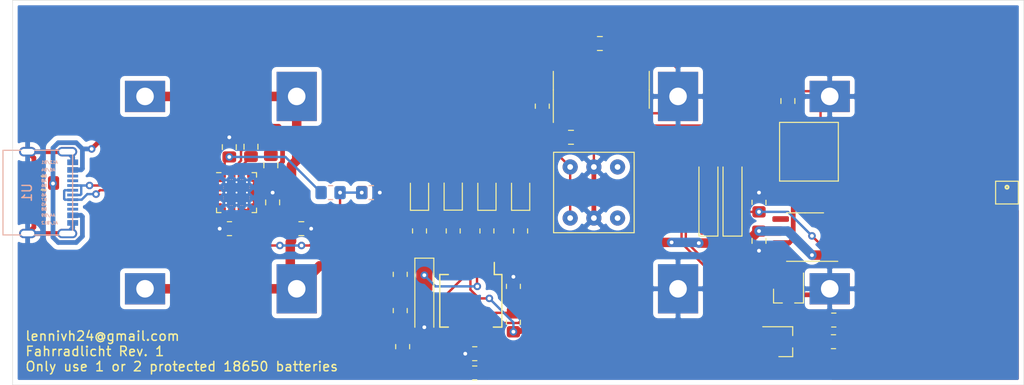
<source format=kicad_pcb>
(kicad_pcb (version 20171130) (host pcbnew "(5.1.9)-1")
  (title_block (title "Fahrradlicht vorne") (date 2021-11-10) (rev 1) (company "Leonard von Hagen"))
  (layers (0 F.Cu signal) (31 B.Cu signal) (34 B.Paste user) (35 F.Paste user hide) (36 B.SilkS user) (37 F.SilkS user) (38 B.Mask user) (39 F.Mask user hide) (44 Edge.Cuts user))
  (net 0 "")
  (net 1 GND)
  (net 2 +3V8)
  (net 3 "Net-(D1-Pad2)")
  (net 4 "Net-(D1-Pad1)")
  (net 5 "Net-(D2-Pad2)")
  (net 6 "Net-(D4-Pad1)")
  (net 7 "Net-(C5-Pad2)")
  (net 8 "Net-(R5-Pad1)")
  (net 9 "Net-(R6-Pad1)")
  (net 10 "Net-(R7-Pad1)")
  (net 11 "Net-(R10-Pad2)")
  (net 12 "Net-(R11-Pad2)")
  (net 13 "Net-(D5-Pad1)")
  (net 14 "Net-(R12-Pad2)")
  (net 15 "Net-(D6-Pad1)")
  (net 16 "Net-(R13-Pad2)")
  (net 17 "Net-(D7-Pad1)")
  (net 18 "Net-(R14-Pad2)")
  (net 19 "Net-(D8-Pad1)")
  (net 20 "Net-(Rs1-Pad2)")
  (net 21 "Net-(D3-Pad1)")
  (net 22 "Net-(Rs2-Pad2)")
  (net 23 "Net-(SW1-Pad6)")
  (net 24 "Net-(SW1-Pad3)")
  (net 25 "Net-(C4-Pad2)")
  (net 26 "Net-(U5-Pad15)")
  (net 27 "Net-(U5-Pad14)")
  (net 28 "Net-(U5-Pad13)")
  (net 29 "Net-(U5-Pad1)")
  (net 30 "Net-(U5-Pad11)")
  (net 31 "Net-(U5-Pad10)")
  (net 32 "Net-(U5-Pad9)")
  (net 33 "Net-(U5-Pad7)")
  (net 34 "Net-(U5-Pad6)")
  (net 35 "Net-(U5-Pad5)")
  (net 36 "Net-(D3-Pad2)")
  (net 37 "Net-(C1-Pad2)")
  (net 38 "Net-(C2-Pad2)")
  (net 39 "Net-(C7-Pad2)")
  (net 40 "Net-(C7-Pad1)")
  (net 41 "Net-(C8-Pad1)")
  (net 42 "Net-(C10-Pad2)")
  (net 43 "Net-(R16-Pad2)")
  (net 44 "Net-(U1-PadB5)")
  (net 45 "Net-(U1-PadA8)")
  (net 46 "Net-(U1-PadA6)")
  (net 47 "Net-(U1-PadA7)")
  (net 48 "Net-(U1-PadA5)")
  (net 49 "Net-(U1-PadB8)")
  (net 50 "Net-(U7-Pad8)")
  (net 51 "Net-(U7-Pad7)")
  (net 52 "Net-(U7-Pad6)")
  (net 53 "Net-(U7-Pad5)")
  (net 54 "Net-(R1-Pad2)")
  (module Resistor_SMD:R_0805_2012Metric_Pad1.20x1.40mm_HandSolder (layer B.Cu) (at 131.81 73.66)
    (fp_text reference TH1)
    (fp_text value NTC)
    (pad 2 smd roundrect (at 1 0) (size 1.2 1.4) (layers B.Cu B.Paste B.Mask) (roundrect_rratio 0.208333) (net 1 GND))
    (pad 1 smd roundrect (at -1 0) (size 1.2 1.4) (layers B.Cu B.Paste B.Mask) (roundrect_rratio 0.208333) (net 54 "Net-(R1-Pad2)"))
  )
  (module Package_DFN_QFN:Texas_S-PWQFN-N24_EP2.7x2.7mm_ThermalVias (layer F.Cu) (at 117.602 73.66)
    (fp_text reference U7)
    (fp_text value BQ24253)
    (pad 25 smd rect (at 0 0) (size 2.7 2.7) (layers B.Cu) (net 1 GND))
    (pad 25 thru_hole circle (at 1.1 1.1) (size 0.5 0.5) (drill 0.2) (layers *.Cu) (net 1 GND))
    (pad 25 thru_hole circle (at 0 1.1) (size 0.5 0.5) (drill 0.2) (layers *.Cu) (net 1 GND))
    (pad 25 thru_hole circle (at -1.1 1.1) (size 0.5 0.5) (drill 0.2) (layers *.Cu) (net 1 GND))
    (pad 25 thru_hole circle (at 1.1 0) (size 0.5 0.5) (drill 0.2) (layers *.Cu) (net 1 GND))
    (pad 25 thru_hole circle (at 0 0) (size 0.5 0.5) (drill 0.2) (layers *.Cu) (net 1 GND))
    (pad 25 thru_hole circle (at -1.1 0) (size 0.5 0.5) (drill 0.2) (layers *.Cu) (net 1 GND))
    (pad 25 thru_hole circle (at 1.1 -1.1) (size 0.5 0.5) (drill 0.2) (layers *.Cu) (net 1 GND))
    (pad 25 thru_hole circle (at 0 -1.1) (size 0.5 0.5) (drill 0.2) (layers *.Cu) (net 1 GND))
    (pad 25 thru_hole circle (at -1.1 -1.1) (size 0.5 0.5) (drill 0.2) (layers *.Cu) (net 1 GND))
    (pad 25 smd rect (at 0 0) (size 2.7 2.7) (layers F.Cu F.Mask) (net 1 GND))
    (pad 24 smd roundrect (at -1.25 -1.9625) (size 0.25 0.825) (layers F.Cu F.Paste F.Mask) (net 42 "Net-(C10-Pad2)"))
    (pad 23 smd roundrect (at -0.75 -1.9625) (size 0.25 0.825) (layers F.Cu F.Paste F.Mask) (net 1 GND))
    (pad 22 smd roundrect (at -0.25 -1.9625) (size 0.25 0.825) (layers F.Cu F.Paste F.Mask) (net 1 GND))
    (pad 21 smd roundrect (at 0.25 -1.9625) (size 0.25 0.825) (layers F.Cu F.Paste F.Mask) (net 39 "Net-(C7-Pad2)"))
    (pad 20 smd roundrect (at 0.75 -1.9625) (size 0.25 0.825) (layers F.Cu F.Paste F.Mask) (net 37 "Net-(C1-Pad2)"))
    (pad 19 smd roundrect (at 1.25 -1.9625) (size 0.25 0.825) (layers F.Cu F.Paste F.Mask) (net 38 "Net-(C2-Pad2)"))
    (pad 18 smd roundrect (at 1.9625 -1.25) (size 0.825 0.25) (layers F.Cu F.Paste F.Mask) (net 40 "Net-(C7-Pad1)"))
    (pad 17 smd roundrect (at 1.9625 -0.75) (size 0.825 0.25) (layers F.Cu F.Paste F.Mask) (net 40 "Net-(C7-Pad1)"))
    (pad 16 smd roundrect (at 1.9625 -0.25) (size 0.825 0.25) (layers F.Cu F.Paste F.Mask) (net 1 GND))
    (pad 15 smd roundrect (at 1.9625 0.25) (size 0.825 0.25) (layers F.Cu F.Paste F.Mask) (net 1 GND))
    (pad 14 smd roundrect (at 1.9625 0.75) (size 0.825 0.25) (layers F.Cu F.Paste F.Mask) (net 41 "Net-(C8-Pad1)"))
    (pad 13 smd roundrect (at 1.9625 1.25) (size 0.825 0.25) (layers F.Cu F.Paste F.Mask) (net 41 "Net-(C8-Pad1)"))
    (pad 12 smd roundrect (at 1.25 1.9625) (size 0.25 0.825) (layers F.Cu F.Paste F.Mask) (net 2 +3V8))
    (pad 11 smd roundrect (at 0.75 1.9625) (size 0.25 0.825) (layers F.Cu F.Paste F.Mask) (net 2 +3V8))
    (pad 10 smd roundrect (at 0.25 1.9625) (size 0.25 0.825) (layers F.Cu F.Paste F.Mask) (net 43 "Net-(R16-Pad2)"))
    (pad 9 smd roundrect (at -0.25 1.9625) (size 0.25 0.825) (layers F.Cu F.Paste F.Mask) (net 54 "Net-(R1-Pad2)"))
    (pad 8 smd roundrect (at -0.75 1.9625) (size 0.25 0.825) (layers F.Cu F.Paste F.Mask) (net 50 "Net-(U7-Pad8)"))
    (pad 7 smd roundrect (at -1.25 1.9625) (size 0.25 0.825) (layers F.Cu F.Paste F.Mask) (net 51 "Net-(U7-Pad7)"))
    (pad 6 smd roundrect (at -1.9625 1.25) (size 0.825 0.25) (layers F.Cu F.Paste F.Mask) (net 52 "Net-(U7-Pad6)"))
    (pad 5 smd roundrect (at -1.9625 0.75) (size 0.825 0.25) (layers F.Cu F.Paste F.Mask) (net 53 "Net-(U7-Pad5)"))
    (pad 4 smd roundrect (at -1.9625 0.25) (size 0.825 0.25) (layers F.Cu F.Paste F.Mask) (net 1 GND))
    (pad 3 smd roundrect (at -1.9625 -0.25) (size 0.825 0.25) (layers F.Cu F.Paste F.Mask) (net 47 "Net-(U1-PadA7)"))
    (pad 2 smd roundrect (at -1.9625 -0.75) (size 0.825 0.25) (layers F.Cu F.Paste F.Mask) (net 46 "Net-(U1-PadA6)"))
    (pad 1 smd roundrect (at -1.9625 -1.25) (size 0.825 0.25) (layers F.Cu F.Paste F.Mask) (net 1 GND))
  )
  (module prints:USB4105 (layer B.Cu) (at 92.964 73.66 90)
    (fp_text reference U1 (at 0 2.54 -90) (layer B.SilkS) (effects (justify mirror)))
    (fp_text value USB_C_12pin)
    (fp_text user A12/B1 (at 3.2 4) (layer B.SilkS) (effects (font (size 0.3 0.3) (thickness 0.075)) (justify right mirror)))
    (fp_text user A9/B4 (at 2.4 4) (layer B.SilkS) (effects (font (size 0.3 0.3) (thickness 0.075)) (justify right mirror)))
    (fp_text user B5 (at 1.75 4) (layer B.SilkS) (effects (font (size 0.3 0.3) (thickness 0.075)) (justify right mirror)))
    (fp_text user A8 (at 1.25 4) (layer B.SilkS) (effects (font (size 0.3 0.3) (thickness 0.075)) (justify right mirror)))
    (fp_text user B6 (at 0.75 4) (layer B.SilkS) (effects (font (size 0.3 0.3) (thickness 0.075)) (justify right mirror)))
    (fp_text user A7 (at 0.25 4) (layer B.SilkS) (effects (font (size 0.3 0.3) (thickness 0.075)) (justify right mirror)))
    (fp_text user A6 (at -0.25 4) (layer B.SilkS) (effects (font (size 0.3 0.3) (thickness 0.075)) (justify right mirror)))
    (fp_text user B7 (at -0.75 4) (layer B.SilkS) (effects (font (size 0.3 0.3) (thickness 0.075)) (justify right mirror)))
    (fp_text user A5 (at -1.25 4) (layer B.SilkS) (effects (font (size 0.3 0.3) (thickness 0.075)) (justify right mirror)))
    (fp_text user B8 (at -1.75 4) (layer B.SilkS) (effects (font (size 0.3 0.3) (thickness 0.075)) (justify right mirror)))
    (fp_text user A4/B9 (at -2.4 4) (layer B.SilkS) (effects (font (size 0.3 0.3) (thickness 0.075)) (justify right mirror)))
    (fp_text user A1/B12 (at -3.2 4) (layer B.SilkS) (effects (font (size 0.3 0.3) (thickness 0.075)) (justify right mirror)))
    (pad "" np_thru_hole circle (at 2.89 6.28 90) (size 0.65 0.65) (drill 0.65) (layers *.Cu *.Mask))
    (pad "" np_thru_hole circle (at -2.89 6.28 90) (size 0.65 0.65) (drill 0.65) (layers *.Cu *.Mask))
    (pad A12/B1 smd rect (at 3.2 7.355 90) (size 0.6 1.15) (layers B.Cu B.Paste B.Mask) (net 1 GND))
    (pad A9/B4 smd rect (at 2.4 7.355 90) (size 0.6 1.15) (layers B.Cu B.Paste B.Mask) (net 38 "Net-(C2-Pad2)"))
    (pad A1/B12 smd rect (at -3.2 7.355 90) (size 0.6 1.15) (layers B.Cu B.Paste B.Mask) (net 1 GND))
    (pad A4/B9 smd rect (at -2.4 7.355 90) (size 0.6 1.15) (layers B.Cu B.Paste B.Mask) (net 38 "Net-(C2-Pad2)"))
    (pad B5 smd rect (at 1.75 7.355 90) (size 0.3 1.15) (layers B.Cu B.Paste B.Mask) (net 44 "Net-(U1-PadB5)"))
    (pad A8 smd rect (at 1.25 7.355 90) (size 0.3 1.15) (layers B.Cu B.Paste B.Mask) (net 45 "Net-(U1-PadA8)"))
    (pad B6 smd rect (at 0.75 7.355 90) (size 0.3 1.15) (layers B.Cu B.Paste B.Mask) (net 46 "Net-(U1-PadA6)"))
    (pad A7 smd rect (at 0.25 7.355 90) (size 0.3 1.15) (layers B.Cu B.Paste B.Mask) (net 47 "Net-(U1-PadA7)"))
    (pad A6 smd rect (at -0.25 7.355 90) (size 0.3 1.15) (layers B.Cu B.Paste B.Mask) (net 46 "Net-(U1-PadA6)"))
    (pad B7 smd rect (at -0.75 7.355 90) (size 0.3 1.15) (layers B.Cu B.Paste B.Mask) (net 47 "Net-(U1-PadA7)"))
    (pad A5 smd rect (at -1.25 7.355 90) (size 0.3 1.15) (layers B.Cu B.Paste B.Mask) (net 48 "Net-(U1-PadA5)"))
    (pad B8 smd rect (at -1.75 7.355 90) (size 0.3 1.15) (layers B.Cu B.Paste B.Mask) (net 49 "Net-(U1-PadB8)"))
    (pad 0 thru_hole oval (at 4.32 2.6 90) (size 1 1.8) (drill oval 0.6 1.4) (layers *.Cu *.Mask) (net 1 GND))
    (pad 0 thru_hole oval (at -4.32 2.6 90) (size 1 1.8) (drill oval 0.6 1.4) (layers *.Cu *.Mask) (net 1 GND))
    (pad 0 thru_hole oval (at 4.32 6.78 90) (size 1 2.1) (drill oval 0.6 1.7) (layers *.Cu *.Mask) (net 1 GND))
    (pad 0 thru_hole oval (at -4.32 6.78 90) (size 1 2.1) (drill oval 0.6 1.7) (layers *.Cu *.Mask) (net 1 GND))
  )
  (module Resistor_SMD:R_0805_2012Metric_Pad1.20x1.40mm_HandSolder (layer F.Cu) (at 116.856 77.47)
    (fp_text reference R16)
    (fp_text value 100)
    (pad 2 smd roundrect (at 1 0) (size 1.2 1.4) (layers F.Cu F.Paste F.Mask) (roundrect_rratio 0.208333) (net 43 "Net-(R16-Pad2)"))
    (pad 1 smd roundrect (at -1 0) (size 1.2 1.4) (layers F.Cu F.Paste F.Mask) (roundrect_rratio 0.208333) (net 1 GND))
  )
  (module Resistor_SMD:R_0805_2012Metric_Pad1.20x1.40mm_HandSolder (layer F.Cu) (at 131.826 73.66)
    (fp_text reference R15)
    (fp_text value R)
    (pad 2 smd roundrect (at 1 0) (size 1.2 1.4) (layers F.Cu F.Paste F.Mask) (roundrect_rratio 0.208333) (net 1 GND))
    (pad 1 smd roundrect (at -1 0) (size 1.2 1.4) (layers F.Cu F.Paste F.Mask) (roundrect_rratio 0.208333) (net 54 "Net-(R1-Pad2)"))
  )
  (module Resistor_SMD:R_0805_2012Metric_Pad1.20x1.40mm_HandSolder (layer B.Cu) (at 127.524 73.66)
    (fp_text reference R1)
    (fp_text value R)
    (pad 2 smd roundrect (at 1 0) (size 1.2 1.4) (layers B.Cu B.Paste B.Mask) (roundrect_rratio 0.208333) (net 54 "Net-(R1-Pad2)"))
    (pad 1 smd roundrect (at -1 0) (size 1.2 1.4) (layers B.Cu B.Paste B.Mask) (roundrect_rratio 0.208333) (net 42 "Net-(C10-Pad2)"))
  )
  (module Capacitor_SMD:C_0805_2012Metric_Pad1.18x1.45mm_HandSolder (layer F.Cu) (at 116.84 68.8555 270)
    (fp_text reference C10)
    (fp_text value "1 uF")
    (pad 2 smd roundrect (at 1.0375 0 270) (size 1.175 1.45) (layers F.Cu F.Paste F.Mask) (roundrect_rratio 0.212766) (net 42 "Net-(C10-Pad2)"))
    (pad 1 smd roundrect (at -1.0375 0 270) (size 1.175 1.45) (layers F.Cu F.Paste F.Mask) (roundrect_rratio 0.212766) (net 1 GND))
  )
  (module Capacitor_SMD:C_0805_2012Metric_Pad1.18x1.45mm_HandSolder (layer F.Cu) (at 124.4385 77.47 180)
    (fp_text reference C9)
    (fp_text value "1 uF")
    (pad 2 smd roundrect (at 1.0375 0 180) (size 1.175 1.45) (layers F.Cu F.Paste F.Mask) (roundrect_rratio 0.212766) (net 2 +3V8))
    (pad 1 smd roundrect (at -1.0375 0 180) (size 1.175 1.45) (layers F.Cu F.Paste F.Mask) (roundrect_rratio 0.212766) (net 1 GND))
  )
  (module Capacitor_SMD:C_0805_2012Metric_Pad1.18x1.45mm_HandSolder (layer F.Cu) (at 121.412 74.6975 90)
    (fp_text reference C8)
    (fp_text value "22 uF")
    (pad 2 smd roundrect (at 1.0375 0 90) (size 1.175 1.45) (layers F.Cu F.Paste F.Mask) (roundrect_rratio 0.212766) (net 1 GND))
    (pad 1 smd roundrect (at -1.0375 0 90) (size 1.175 1.45) (layers F.Cu F.Paste F.Mask) (roundrect_rratio 0.212766) (net 41 "Net-(C8-Pad1)"))
  )
  (module Capacitor_SMD:C_0805_2012Metric_Pad1.18x1.45mm_HandSolder (layer F.Cu) (at 121.2215 70.781 90)
    (fp_text reference C7)
    (fp_text value "33 nF")
    (pad 2 smd roundrect (at 1.0375 0 90) (size 1.175 1.45) (layers F.Cu F.Paste F.Mask) (roundrect_rratio 0.212766) (net 39 "Net-(C7-Pad2)"))
    (pad 1 smd roundrect (at -1.0375 0 90) (size 1.175 1.45) (layers F.Cu F.Paste F.Mask) (roundrect_rratio 0.212766) (net 40 "Net-(C7-Pad1)"))
  )
  (module Capacitor_SMD:C_0805_2012Metric_Pad1.18x1.45mm_HandSolder (layer F.Cu) (at 97.2605 72.644)
    (fp_text reference C2)
    (fp_text value "4.7 uF")
    (pad 2 smd roundrect (at 1.0375 0) (size 1.175 1.45) (layers F.Cu F.Paste F.Mask) (roundrect_rratio 0.212766) (net 38 "Net-(C2-Pad2)"))
    (pad 1 smd roundrect (at -1.0375 0) (size 1.175 1.45) (layers F.Cu F.Paste F.Mask) (roundrect_rratio 0.212766) (net 1 GND))
  )
  (module Capacitor_SMD:C_0805_2012Metric_Pad1.18x1.45mm_HandSolder (layer F.Cu) (at 119.126 68.8125 270)
    (fp_text reference C1)
    (fp_text value "1 uF")
    (pad 2 smd roundrect (at 1.0375 0 270) (size 1.175 1.45) (layers F.Cu F.Paste F.Mask) (roundrect_rratio 0.212766) (net 37 "Net-(C1-Pad2)"))
    (pad 1 smd roundrect (at -1.0375 0 270) (size 1.175 1.45) (layers F.Cu F.Paste F.Mask) (roundrect_rratio 0.212766) (net 1 GND))
  )
  (module prints:242408FPS (layer F.Cu) (at 177.99 69.342)
    (fp_text reference L1)
    (fp_text value L)
    (pad 1 smd rect (at -2.35 0) (size 1.6 5.7) (layers F.Cu F.Paste F.Mask) (net 25 "Net-(C4-Pad2)"))
    (pad 2 smd rect (at 2.35 0) (size 1.6 5.7) (layers F.Cu F.Paste F.Mask) (net 36 "Net-(D3-Pad2)"))
  )
  (module "prints:Osram GW PLLRA1" (layer F.Cu) (at 198.882 73.66)
    (fp_text reference D3)
    (fp_text value LED)
    (pad 2 smd rect (at 0 -1.16) (size 1.5 0.48) (layers F.Cu F.Paste F.Mask) (net 36 "Net-(D3-Pad2)"))
    (pad 1 smd rect (at 0 1.16) (size 1.5 0.48) (layers F.Cu F.Paste F.Mask) (net 21 "Net-(D3-Pad1)"))
    (pad 1 smd rect (at 0 0) (size 2.4 1) (layers F.Cu F.Paste F.Mask) (net 21 "Net-(D3-Pad1)"))
  )
  (module LED_SMD:LED_0805_2012Metric_Pad1.15x1.40mm_HandSolder (layer F.Cu) (at 136.906 73.669 90)
    (fp_text reference D8)
    (fp_text value LED)
    (pad 2 smd roundrect (at 1.025 0 90) (size 1.15 1.4) (layers F.Cu F.Paste F.Mask) (roundrect_rratio 0.217391) (net 2 +3V8))
    (pad 1 smd roundrect (at -1.025 0 90) (size 1.15 1.4) (layers F.Cu F.Paste F.Mask) (roundrect_rratio 0.217391) (net 19 "Net-(D8-Pad1)"))
  )
  (module LED_SMD:LED_0805_2012Metric_Pad1.15x1.40mm_HandSolder (layer F.Cu) (at 140.462 73.651 90)
    (fp_text reference D7)
    (fp_text value LED)
    (pad 2 smd roundrect (at 1.025 0 90) (size 1.15 1.4) (layers F.Cu F.Paste F.Mask) (roundrect_rratio 0.217391) (net 2 +3V8))
    (pad 1 smd roundrect (at -1.025 0 90) (size 1.15 1.4) (layers F.Cu F.Paste F.Mask) (roundrect_rratio 0.217391) (net 17 "Net-(D7-Pad1)"))
  )
  (module LED_SMD:LED_0805_2012Metric_Pad1.15x1.40mm_HandSolder (layer F.Cu) (at 144.018 73.669 90)
    (fp_text reference D6)
    (fp_text value LED)
    (pad 2 smd roundrect (at 1.025 0 90) (size 1.15 1.4) (layers F.Cu F.Paste F.Mask) (roundrect_rratio 0.217391) (net 2 +3V8))
    (pad 1 smd roundrect (at -1.025 0 90) (size 1.15 1.4) (layers F.Cu F.Paste F.Mask) (roundrect_rratio 0.217391) (net 15 "Net-(D6-Pad1)"))
  )
  (module LED_SMD:LED_0805_2012Metric_Pad1.15x1.40mm_HandSolder (layer F.Cu) (at 147.574 73.669 90)
    (fp_text reference D5)
    (fp_text value LED)
    (pad 2 smd roundrect (at 1.025 0 90) (size 1.15 1.4) (layers F.Cu F.Paste F.Mask) (roundrect_rratio 0.217391) (net 2 +3V8))
    (pad 1 smd roundrect (at -1.025 0 90) (size 1.15 1.4) (layers F.Cu F.Paste F.Mask) (roundrect_rratio 0.217391) (net 13 "Net-(D5-Pad1)"))
  )
  (module Capacitor_SMD:C_0805_2012Metric_Pad1.18x1.45mm_HandSolder (layer F.Cu) (at 155.9345 57.912 180)
    (fp_text reference C6)
    (fp_text value 100n)
    (pad 2 smd roundrect (at 1.0375 0 180) (size 1.175 1.45) (layers F.Cu F.Paste F.Mask) (roundrect_rratio 0.212766) (net 2 +3V8))
    (pad 1 smd roundrect (at -1.0375 0 180) (size 1.175 1.45) (layers F.Cu F.Paste F.Mask) (roundrect_rratio 0.212766) (net 1 GND))
  )
  (module Capacitor_SMD:C_0805_2012Metric_Pad1.18x1.45mm_HandSolder (layer F.Cu) (at 152.8865 67.818 180)
    (fp_text reference C5)
    (fp_text value 100n)
    (pad 2 smd roundrect (at 1.0375 0 180) (size 1.175 1.45) (layers F.Cu F.Paste F.Mask) (roundrect_rratio 0.212766) (net 7 "Net-(C5-Pad2)"))
    (pad 1 smd roundrect (at -1.0375 0 180) (size 1.175 1.45) (layers F.Cu F.Paste F.Mask) (roundrect_rratio 0.212766) (net 1 GND))
  )
  (module Capacitor_SMD:C_0805_2012Metric_Pad1.18x1.45mm_HandSolder (layer F.Cu) (at 175.768 63.9865 270)
    (fp_text reference C4)
    (fp_text value "4.7 uF")
    (pad 2 smd roundrect (at 1.0375 0 270) (size 1.175 1.45) (layers F.Cu F.Paste F.Mask) (roundrect_rratio 0.212766) (net 25 "Net-(C4-Pad2)"))
    (pad 1 smd roundrect (at -1.0375 0 270) (size 1.175 1.45) (layers F.Cu F.Paste F.Mask) (roundrect_rratio 0.212766) (net 1 GND))
  )
  (module Capacitor_SMD:C_0805_2012Metric_Pad1.18x1.45mm_HandSolder (layer F.Cu) (at 172.72 78.7615 270)
    (fp_text reference C3)
    (fp_text value "4.7 uF")
    (pad 2 smd roundrect (at 1.0375 0 270) (size 1.175 1.45) (layers F.Cu F.Paste F.Mask) (roundrect_rratio 0.212766) (net 1 GND))
    (pad 1 smd roundrect (at -1.0375 0 270) (size 1.175 1.45) (layers F.Cu F.Paste F.Mask) (roundrect_rratio 0.212766) (net 2 +3V8))
  )
  (module Package_SO:SSOP-14_5.3x6.2mm_P0.65mm (layer F.Cu) (at 142.322 85.09 270)
    (fp_text reference U6)
    (fp_text value Opamp_Quad_Generic)
    (pad 14 smd rect (at 3.45 -1.95 270) (size 1.2 0.4) (layers F.Cu F.Paste F.Mask) (net 18 "Net-(R14-Pad2)"))
    (pad 13 smd rect (at 3.45 -1.3 270) (size 1.2 0.4) (layers F.Cu F.Paste F.Mask) (net 11 "Net-(R10-Pad2)"))
    (pad 12 smd rect (at 3.45 -0.65 270) (size 1.2 0.4) (layers F.Cu F.Paste F.Mask) (net 10 "Net-(R7-Pad1)"))
    (pad 11 smd rect (at 3.45 0 270) (size 1.2 0.4) (layers F.Cu F.Paste F.Mask) (net 1 GND))
    (pad 10 smd rect (at 3.45 0.65 270) (size 1.2 0.4) (layers F.Cu F.Paste F.Mask) (net 9 "Net-(R6-Pad1)"))
    (pad 9 smd rect (at 3.45 1.3 270) (size 1.2 0.4) (layers F.Cu F.Paste F.Mask) (net 11 "Net-(R10-Pad2)"))
    (pad 8 smd rect (at 3.45 1.95 270) (size 1.2 0.4) (layers F.Cu F.Paste F.Mask) (net 16 "Net-(R13-Pad2)"))
    (pad 7 smd rect (at -3.45 1.95 270) (size 1.2 0.4) (layers F.Cu F.Paste F.Mask) (net 14 "Net-(R12-Pad2)"))
    (pad 6 smd rect (at -3.45 1.3 270) (size 1.2 0.4) (layers F.Cu F.Paste F.Mask) (net 11 "Net-(R10-Pad2)"))
    (pad 5 smd rect (at -3.45 0.65 270) (size 1.2 0.4) (layers F.Cu F.Paste F.Mask) (net 8 "Net-(R5-Pad1)"))
    (pad 4 smd rect (at -3.45 0 270) (size 1.2 0.4) (layers F.Cu F.Paste F.Mask) (net 2 +3V8))
    (pad 3 smd rect (at -3.45 -0.65 270) (size 1.2 0.4) (layers F.Cu F.Paste F.Mask) (net 6 "Net-(D4-Pad1)"))
    (pad 2 smd rect (at -3.45 -1.3 270) (size 1.2 0.4) (layers F.Cu F.Paste F.Mask) (net 11 "Net-(R10-Pad2)"))
    (pad 1 smd rect (at -3.45 -1.95 270) (size 1.2 0.4) (layers F.Cu F.Paste F.Mask) (net 12 "Net-(R11-Pad2)"))
  )
  (module Package_SO:SOIC-16_3.9x9.9mm_P1.27mm (layer F.Cu) (at 156.083 62.803 90)
    (fp_text reference U5)
    (fp_text value 74LS163)
    (pad 16 smd roundrect (at 2.475 -4.445 90) (size 1.95 0.6) (layers F.Cu F.Paste F.Mask) (net 2 +3V8))
    (pad 15 smd roundrect (at 2.475 -3.175 90) (size 1.95 0.6) (layers F.Cu F.Paste F.Mask) (net 26 "Net-(U5-Pad15)"))
    (pad 14 smd roundrect (at 2.475 -1.905 90) (size 1.95 0.6) (layers F.Cu F.Paste F.Mask) (net 27 "Net-(U5-Pad14)"))
    (pad 13 smd roundrect (at 2.475 -0.635 90) (size 1.95 0.6) (layers F.Cu F.Paste F.Mask) (net 28 "Net-(U5-Pad13)"))
    (pad 12 smd roundrect (at 2.475 0.635 90) (size 1.95 0.6) (layers F.Cu F.Paste F.Mask) (net 29 "Net-(U5-Pad1)"))
    (pad 11 smd roundrect (at 2.475 1.905 90) (size 1.95 0.6) (layers F.Cu F.Paste F.Mask) (net 30 "Net-(U5-Pad11)"))
    (pad 10 smd roundrect (at 2.475 3.175 90) (size 1.95 0.6) (layers F.Cu F.Paste F.Mask) (net 31 "Net-(U5-Pad10)"))
    (pad 9 smd roundrect (at 2.475 4.445 90) (size 1.95 0.6) (layers F.Cu F.Paste F.Mask) (net 32 "Net-(U5-Pad9)"))
    (pad 8 smd roundrect (at -2.475 4.445 90) (size 1.95 0.6) (layers F.Cu F.Paste F.Mask) (net 1 GND))
    (pad 7 smd roundrect (at -2.475 3.175 90) (size 1.95 0.6) (layers F.Cu F.Paste F.Mask) (net 33 "Net-(U5-Pad7)"))
    (pad 6 smd roundrect (at -2.475 1.905 90) (size 1.95 0.6) (layers F.Cu F.Paste F.Mask) (net 34 "Net-(U5-Pad6)"))
    (pad 5 smd roundrect (at -2.475 0.635 90) (size 1.95 0.6) (layers F.Cu F.Paste F.Mask) (net 35 "Net-(U5-Pad5)"))
    (pad 4 smd roundrect (at -2.475 -0.635 90) (size 1.95 0.6) (layers F.Cu F.Paste F.Mask) (net 5 "Net-(D2-Pad2)"))
    (pad 3 smd roundrect (at -2.475 -1.905 90) (size 1.95 0.6) (layers F.Cu F.Paste F.Mask) (net 3 "Net-(D1-Pad2)"))
    (pad 2 smd roundrect (at -2.475 -3.175 90) (size 1.95 0.6) (layers F.Cu F.Paste F.Mask) (net 7 "Net-(C5-Pad2)"))
    (pad 1 smd roundrect (at -2.475 -4.445 90) (size 1.95 0.6) (layers F.Cu F.Paste F.Mask) (net 29 "Net-(U5-Pad1)"))
  )
  (module Package_TO_SOT_SMD:SOT-23_Handsoldering (layer F.Cu) (at 175.834 84.558 270)
    (fp_text reference U4)
    (fp_text value DMN3731U)
    (pad 3 smd rect (at 1.5 0 270) (size 1.9 0.8) (layers F.Cu F.Paste F.Mask) (net 22 "Net-(Rs2-Pad2)"))
    (pad 2 smd rect (at -1.5 0.95 270) (size 1.9 0.8) (layers F.Cu F.Paste F.Mask) (net 1 GND))
    (pad 1 smd rect (at -1.5 -0.95 270) (size 1.9 0.8) (layers F.Cu F.Paste F.Mask) (net 5 "Net-(D2-Pad2)"))
  )
  (module Package_TO_SOT_SMD:SOT-23_Handsoldering (layer F.Cu) (at 175.514 89.408)
    (fp_text reference U3)
    (fp_text value DMN3731U)
    (pad 3 smd rect (at 1.5 0) (size 1.9 0.8) (layers F.Cu F.Paste F.Mask) (net 20 "Net-(Rs1-Pad2)"))
    (pad 2 smd rect (at -1.5 0.95) (size 1.9 0.8) (layers F.Cu F.Paste F.Mask) (net 1 GND))
    (pad 1 smd rect (at -1.5 -0.95) (size 1.9 0.8) (layers F.Cu F.Paste F.Mask) (net 3 "Net-(D1-Pad2)"))
  )
  (module Package_SO:SO-8_3.9x4.9mm_P1.27mm (layer F.Cu) (at 177.581 78.359 180)
    (fp_text reference U2)
    (fp_text value LED2000)
    (pad 8 smd roundrect (at 2.575 -1.905 180) (size 1.75 0.6) (layers F.Cu F.Paste F.Mask) (net 1 GND))
    (pad 7 smd roundrect (at 2.575 -0.635 180) (size 1.75 0.6) (layers F.Cu F.Paste F.Mask) (net 25 "Net-(C4-Pad2)"))
    (pad 6 smd roundrect (at 2.575 0.635 180) (size 1.75 0.6) (layers F.Cu F.Paste F.Mask) (net 2 +3V8))
    (pad 5 smd roundrect (at 2.575 1.905 180) (size 1.75 0.6) (layers F.Cu F.Paste F.Mask))
    (pad 4 smd roundrect (at -2.575 1.905 180) (size 1.75 0.6) (layers F.Cu F.Paste F.Mask) (net 1 GND))
    (pad 3 smd roundrect (at -2.575 0.635 180) (size 1.75 0.6) (layers F.Cu F.Paste F.Mask) (net 21 "Net-(D3-Pad1)"))
    (pad 2 smd roundrect (at -2.575 -0.635 180) (size 1.75 0.6) (layers F.Cu F.Paste F.Mask) (net 4 "Net-(D1-Pad1)"))
    (pad 1 smd roundrect (at -2.575 -1.905 180) (size 1.75 0.6) (layers F.Cu F.Paste F.Mask) (net 2 +3V8))
  )
  (module prints:MHPS2283V (layer F.Cu) (at 155.3 73.65)
    (fp_text reference SW1)
    (fp_text value SW_DPDT_x2)
    (pad 6 thru_hole circle (at 2.5 -2.7) (size 1.6 1.6) (drill 0.6) (layers *.Cu *.Mask) (net 23 "Net-(SW1-Pad6)"))
    (pad 1 thru_hole circle (at -2.5 2.7) (size 1.6 1.6) (drill 0.6) (layers *.Cu *.Mask) (net 7 "Net-(C5-Pad2)"))
    (pad 3 thru_hole circle (at 2.5 2.7) (size 1.6 1.6) (drill 0.6) (layers *.Cu *.Mask) (net 24 "Net-(SW1-Pad3)"))
    (pad 4 thru_hole circle (at -2.5 -2.7) (size 1.6 1.6) (drill 0.6) (layers *.Cu *.Mask) (net 7 "Net-(C5-Pad2)"))
    (pad 5 thru_hole circle (at 0 -2.7) (size 1.6 1.6) (drill 0.6) (layers *.Cu *.Mask) (net 1 GND))
    (pad 2 thru_hole circle (at 0 2.7) (size 1.6 1.6) (drill 0.6) (layers *.Cu *.Mask) (net 1 GND))
  )
  (module Resistor_SMD:R_0805_2012Metric_Pad1.20x1.40mm_HandSolder (layer F.Cu) (at 180.61 87.122 180)
    (fp_text reference Rs2)
    (fp_text value "220 m")
    (pad 2 smd roundrect (at 1 0 180) (size 1.2 1.4) (layers F.Cu F.Paste F.Mask) (roundrect_rratio 0.208333) (net 22 "Net-(Rs2-Pad2)"))
    (pad 1 smd roundrect (at -1 0 180) (size 1.2 1.4) (layers F.Cu F.Paste F.Mask) (roundrect_rratio 0.208333) (net 21 "Net-(D3-Pad1)"))
  )
  (module Resistor_SMD:R_0805_2012Metric_Pad1.20x1.40mm_HandSolder (layer F.Cu) (at 180.578 89.408 180)
    (fp_text reference Rs1)
    (fp_text value "330 m")
    (pad 2 smd roundrect (at 1 0 180) (size 1.2 1.4) (layers F.Cu F.Paste F.Mask) (roundrect_rratio 0.208333) (net 20 "Net-(Rs1-Pad2)"))
    (pad 1 smd roundrect (at -1 0 180) (size 1.2 1.4) (layers F.Cu F.Paste F.Mask) (roundrect_rratio 0.208333) (net 21 "Net-(D3-Pad1)"))
  )
  (module Resistor_SMD:R_0805_2012Metric_Pad1.20x1.40mm_HandSolder (layer F.Cu) (at 136.906 77.708 270)
    (fp_text reference R14)
    (fp_text value 100)
    (pad 2 smd roundrect (at 1 0 270) (size 1.2 1.4) (layers F.Cu F.Paste F.Mask) (roundrect_rratio 0.208333) (net 18 "Net-(R14-Pad2)"))
    (pad 1 smd roundrect (at -1 0 270) (size 1.2 1.4) (layers F.Cu F.Paste F.Mask) (roundrect_rratio 0.208333) (net 19 "Net-(D8-Pad1)"))
  )
  (module Resistor_SMD:R_0805_2012Metric_Pad1.20x1.40mm_HandSolder (layer F.Cu) (at 140.462 77.708 270)
    (fp_text reference R13)
    (fp_text value 100)
    (pad 2 smd roundrect (at 1 0 270) (size 1.2 1.4) (layers F.Cu F.Paste F.Mask) (roundrect_rratio 0.208333) (net 16 "Net-(R13-Pad2)"))
    (pad 1 smd roundrect (at -1 0 270) (size 1.2 1.4) (layers F.Cu F.Paste F.Mask) (roundrect_rratio 0.208333) (net 17 "Net-(D7-Pad1)"))
  )
  (module Resistor_SMD:R_0805_2012Metric_Pad1.20x1.40mm_HandSolder (layer F.Cu) (at 144.018 77.708 270)
    (fp_text reference R12)
    (fp_text value 100)
    (pad 2 smd roundrect (at 1 0 270) (size 1.2 1.4) (layers F.Cu F.Paste F.Mask) (roundrect_rratio 0.208333) (net 14 "Net-(R12-Pad2)"))
    (pad 1 smd roundrect (at -1 0 270) (size 1.2 1.4) (layers F.Cu F.Paste F.Mask) (roundrect_rratio 0.208333) (net 15 "Net-(D6-Pad1)"))
  )
  (module Resistor_SMD:R_0805_2012Metric_Pad1.20x1.40mm_HandSolder (layer F.Cu) (at 147.574 77.708 270)
    (fp_text reference R11)
    (fp_text value 100)
    (pad 2 smd roundrect (at 1 0 270) (size 1.2 1.4) (layers F.Cu F.Paste F.Mask) (roundrect_rratio 0.208333) (net 12 "Net-(R11-Pad2)"))
    (pad 1 smd roundrect (at -1 0 270) (size 1.2 1.4) (layers F.Cu F.Paste F.Mask) (roundrect_rratio 0.208333) (net 13 "Net-(D5-Pad1)"))
  )
  (module Resistor_SMD:R_0805_2012Metric_Pad1.20x1.40mm_HandSolder (layer F.Cu) (at 146.812 83.566 270)
    (fp_text reference R10)
    (fp_text value "10 k")
    (pad 2 smd roundrect (at 1 0 270) (size 1.2 1.4) (layers F.Cu F.Paste F.Mask) (roundrect_rratio 0.208333) (net 11 "Net-(R10-Pad2)"))
    (pad 1 smd roundrect (at -1 0 270) (size 1.2 1.4) (layers F.Cu F.Paste F.Mask) (roundrect_rratio 0.208333) (net 1 GND))
  )
  (module Resistor_SMD:R_0805_2012Metric_Pad1.20x1.40mm_HandSolder (layer F.Cu) (at 146.812 87.36 270)
    (fp_text reference R9)
    (fp_text value 6k8)
    (pad 2 smd roundrect (at 1 0 270) (size 1.2 1.4) (layers F.Cu F.Paste F.Mask) (roundrect_rratio 0.208333) (net 2 +3V8))
    (pad 1 smd roundrect (at -1 0 270) (size 1.2 1.4) (layers F.Cu F.Paste F.Mask) (roundrect_rratio 0.208333) (net 11 "Net-(R10-Pad2)"))
  )
  (module Resistor_SMD:R_0805_2012Metric_Pad1.20x1.40mm_HandSolder (layer F.Cu) (at 142.732 90.678)
    (fp_text reference R8)
    (fp_text value "10 k")
    (pad 2 smd roundrect (at 1 0) (size 1.2 1.4) (layers F.Cu F.Paste F.Mask) (roundrect_rratio 0.208333) (net 10 "Net-(R7-Pad1)"))
    (pad 1 smd roundrect (at -1 0) (size 1.2 1.4) (layers F.Cu F.Paste F.Mask) (roundrect_rratio 0.208333) (net 1 GND))
  )
  (module Resistor_SMD:R_0805_2012Metric_Pad1.20x1.40mm_HandSolder (layer F.Cu) (at 142.732 92.71 180)
    (fp_text reference R7)
    (fp_text value "1 k")
    (pad 2 smd roundrect (at 1 0 180) (size 1.2 1.4) (layers F.Cu F.Paste F.Mask) (roundrect_rratio 0.208333) (net 9 "Net-(R6-Pad1)"))
    (pad 1 smd roundrect (at -1 0 180) (size 1.2 1.4) (layers F.Cu F.Paste F.Mask) (roundrect_rratio 0.208333) (net 10 "Net-(R7-Pad1)"))
  )
  (module Resistor_SMD:R_0805_2012Metric_Pad1.20x1.40mm_HandSolder (layer F.Cu) (at 135.128 89.932 90)
    (fp_text reference R6)
    (fp_text value "1 k")
    (pad 2 smd roundrect (at 1 0 90) (size 1.2 1.4) (layers F.Cu F.Paste F.Mask) (roundrect_rratio 0.208333) (net 8 "Net-(R5-Pad1)"))
    (pad 1 smd roundrect (at -1 0 90) (size 1.2 1.4) (layers F.Cu F.Paste F.Mask) (roundrect_rratio 0.208333) (net 9 "Net-(R6-Pad1)"))
  )
  (module Resistor_SMD:R_0805_2012Metric_Pad1.20x1.40mm_HandSolder (layer F.Cu) (at 134.874 86.122 90)
    (fp_text reference R5)
    (fp_text value "1 k")
    (pad 2 smd roundrect (at 1 0 90) (size 1.2 1.4) (layers F.Cu F.Paste F.Mask) (roundrect_rratio 0.208333) (net 6 "Net-(D4-Pad1)"))
    (pad 1 smd roundrect (at -1 0 90) (size 1.2 1.4) (layers F.Cu F.Paste F.Mask) (roundrect_rratio 0.208333) (net 8 "Net-(R5-Pad1)"))
  )
  (module Resistor_SMD:R_0805_2012Metric_Pad1.20x1.40mm_HandSolder (layer F.Cu) (at 134.874 82.296 270)
    (fp_text reference R4)
    (fp_text value "1 k")
    (pad 2 smd roundrect (at 1 0 270) (size 1.2 1.4) (layers F.Cu F.Paste F.Mask) (roundrect_rratio 0.208333) (net 6 "Net-(D4-Pad1)"))
    (pad 1 smd roundrect (at -1 0 270) (size 1.2 1.4) (layers F.Cu F.Paste F.Mask) (roundrect_rratio 0.208333) (net 2 +3V8))
  )
  (module Resistor_SMD:R_0805_2012Metric_Pad1.20x1.40mm_HandSolder (layer F.Cu) (at 149.86 64.532 90)
    (fp_text reference R3)
    (fp_text value R)
    (pad 2 smd roundrect (at 1 0 90) (size 1.2 1.4) (layers F.Cu F.Paste F.Mask) (roundrect_rratio 0.208333) (net 2 +3V8))
    (pad 1 smd roundrect (at -1 0 90) (size 1.2 1.4) (layers F.Cu F.Paste F.Mask) (roundrect_rratio 0.208333) (net 7 "Net-(C5-Pad2)"))
  )
  (module Resistor_SMD:R_0805_2012Metric_Pad1.20x1.40mm_HandSolder (layer F.Cu) (at 172.72 74.692 90)
    (fp_text reference R2)
    (fp_text value "10 k")
    (pad 2 smd roundrect (at 1 0 90) (size 1.2 1.4) (layers F.Cu F.Paste F.Mask) (roundrect_rratio 0.208333) (net 1 GND))
    (pad 1 smd roundrect (at -1 0 90) (size 1.2 1.4) (layers F.Cu F.Paste F.Mask) (roundrect_rratio 0.208333) (net 4 "Net-(D1-Pad1)"))
  )
  (module prints:PushIn18650 (layer B.Cu) (at 144.065 83.82)
    (fp_text reference J2)
    (fp_text value Conn_01x02)
    (pad 1 thru_hole rect (at -36.115 0) (size 4.24 3.3) (drill 1.85) (layers *.Cu *.Mask) (net 2 +3V8))
    (pad 2 thru_hole rect (at 36.115 0) (size 4.24 3.3) (drill 1.85) (layers *.Cu *.Mask) (net 1 GND))
    (pad 1 thru_hole rect (at -20.115 0) (size 4.24 5.2) (drill 1.85) (layers *.Cu *.Mask) (net 2 +3V8))
    (pad 2 thru_hole rect (at 20.115 0) (size 4.24 5.2) (drill 1.85) (layers *.Cu *.Mask) (net 1 GND))
  )
  (module prints:PushIn18650 (layer B.Cu) (at 144.065 63.5)
    (fp_text reference J1)
    (fp_text value Conn_01x02)
    (pad 1 thru_hole rect (at -36.115 0) (size 4.24 3.3) (drill 1.85) (layers *.Cu *.Mask) (net 2 +3V8))
    (pad 2 thru_hole rect (at 36.115 0) (size 4.24 3.3) (drill 1.85) (layers *.Cu *.Mask) (net 1 GND))
    (pad 1 thru_hole rect (at -20.115 0) (size 4.24 5.2) (drill 1.85) (layers *.Cu *.Mask) (net 2 +3V8))
    (pad 2 thru_hole rect (at 20.115 0) (size 4.24 5.2) (drill 1.85) (layers *.Cu *.Mask) (net 1 GND))
  )
  (module Diode_SMD:D_MiniMELF_Handsoldering (layer F.Cu) (at 137.414 85.134 270)
    (fp_text reference D4)
    (fp_text value 2V4)
    (pad 2 smd rect (at 2.75 0 270) (size 3.3 1.7) (layers F.Cu F.Paste F.Mask) (net 1 GND))
    (pad 1 smd rect (at -2.75 0 270) (size 3.3 1.7) (layers F.Cu F.Paste F.Mask) (net 6 "Net-(D4-Pad1)"))
  )
  (module Diode_SMD:D_MiniMELF_Handsoldering (layer F.Cu) (at 169.926 73.704 90)
    (fp_text reference D2)
    (fp_text value 1N4148)
    (pad 2 smd rect (at 2.75 0 90) (size 3.3 1.7) (layers F.Cu F.Paste F.Mask) (net 5 "Net-(D2-Pad2)"))
    (pad 1 smd rect (at -2.75 0 90) (size 3.3 1.7) (layers F.Cu F.Paste F.Mask) (net 4 "Net-(D1-Pad1)"))
  )
  (module Diode_SMD:D_MiniMELF_Handsoldering (layer F.Cu) (at 167.386 73.704 90)
    (fp_text reference D1)
    (fp_text value 1N4148)
    (pad 2 smd rect (at 2.75 0 90) (size 3.3 1.7) (layers F.Cu F.Paste F.Mask) (net 3 "Net-(D1-Pad2)"))
    (pad 1 smd rect (at -2.75 0 90) (size 3.3 1.7) (layers F.Cu F.Paste F.Mask) (net 4 "Net-(D1-Pad1)"))
  )
  (gr_text "lennivh24@gmail.com\nFahrradlicht Rev. 1\nOnly use 1 or 2 protected 18650 batteries\n" (at 95.25 90.424) (layer F.SilkS) (effects (font (size 1 1)) (justify left)))
  (gr_line (start 200.66 53.34) (end 93.98 53.34) (layer Edge.Cuts) (width 0.05))
  (gr_line (start 200.66 93.98) (end 200.66 53.34) (layer Edge.Cuts) (width 0.05))
  (gr_line (start 93.98 93.98) (end 200.66 93.98) (layer Edge.Cuts) (width 0.05))
  (gr_line (start 93.98 53.34) (end 93.98 93.98) (layer Edge.Cuts) (width 0.05))
  (via (at 115.824 77.47) (size 0.8) (drill 0.4) (layers F.Cu B.Cu) (net 1))
  (via (at 132.715 73.66) (size 0.8) (drill 0.4) (layers F.Cu B.Cu) (net 1))
  (via (at 125.476 77.47) (size 0.8) (drill 0.4) (layers F.Cu B.Cu) (net 1))
  (via (at 172.72 73.66) (size 0.8) (drill 0.4) (layers F.Cu B.Cu) (net 1))
  (via (at 146.812 82.55) (size 0.8) (drill 0.4) (layers F.Cu B.Cu) (net 1))
  (via (at 137.414 87.884) (size 0.8) (drill 0.4) (layers F.Cu B.Cu) (net 1))
  (segment (start 179.629 62.949) (end 180.18 63.5) (width 0.25) (layer F.Cu) (net 1))
  (segment (start 175.768 62.949) (end 179.629 62.949) (width 0.25) (layer F.Cu) (net 1))
  (segment (start 179.214999 64.465001) (end 180.18 63.5) (width 0.25) (layer F.Cu) (net 1))
  (segment (start 179.214999 75.512999) (end 179.214999 64.465001) (width 0.25) (layer F.Cu) (net 1))
  (segment (start 180.156 76.454) (end 179.214999 75.512999) (width 0.25) (layer F.Cu) (net 1))
  (segment (start 173.185 80.264) (end 172.72 79.799) (width 0.25) (layer F.Cu) (net 1))
  (segment (start 175.006 80.264) (end 173.185 80.264) (width 0.25) (layer F.Cu) (net 1))
  (segment (start 162.402 65.278) (end 164.18 63.5) (width 0.25) (layer F.Cu) (net 1))
  (segment (start 160.528 65.278) (end 162.402 65.278) (width 0.25) (layer F.Cu) (net 1))
  (segment (start 164.18 60.65) (end 164.18 63.5) (width 0.25) (layer F.Cu) (net 1))
  (segment (start 161.442 57.912) (end 164.18 60.65) (width 0.25) (layer F.Cu) (net 1))
  (segment (start 156.972 57.912) (end 161.442 57.912) (width 0.25) (layer F.Cu) (net 1))
  (segment (start 155.3 76.35) (end 155.3 70.95) (width 0.5) (layer F.Cu) (net 1))
  (segment (start 155.3 69.194) (end 153.924 67.818) (width 0.25) (layer F.Cu) (net 1))
  (segment (start 155.3 70.95) (end 155.3 69.194) (width 0.25) (layer F.Cu) (net 1))
  (segment (start 142.322 90.088) (end 142.322 88.54) (width 0.25) (layer F.Cu) (net 1))
  (segment (start 141.732 90.678) (end 141.732 90.678) (width 0.25) (layer F.Cu) (net 1))
  (segment (start 141.732 90.678) (end 142.322 90.088) (width 0.25) (layer F.Cu) (net 1))
  (via (at 141.732 90.678) (size 0.8) (drill 0.4) (layers F.Cu B.Cu) (net 1))
  (segment (start 179.541999 84.458001) (end 180.18 83.82) (width 0.5) (layer F.Cu) (net 1))
  (segment (start 176.023999 84.458001) (end 179.541999 84.458001) (width 0.5) (layer F.Cu) (net 1))
  (segment (start 174.884 83.318002) (end 176.023999 84.458001) (width 0.5) (layer F.Cu) (net 1))
  (segment (start 174.884 83.058) (end 174.884 83.318002) (width 0.5) (layer F.Cu) (net 1))
  (segment (start 175.273997 84.458001) (end 176.023999 84.458001) (width 0.5) (layer F.Cu) (net 1))
  (segment (start 174.983999 87.368001) (end 174.983999 84.747999) (width 0.5) (layer F.Cu) (net 1))
  (segment (start 175.414001 87.798003) (end 174.983999 87.368001) (width 0.5) (layer F.Cu) (net 1))
  (segment (start 175.414001 89.218001) (end 175.414001 87.798003) (width 0.5) (layer F.Cu) (net 1))
  (segment (start 174.274002 90.358) (end 175.414001 89.218001) (width 0.5) (layer F.Cu) (net 1))
  (segment (start 174.983999 84.747999) (end 175.273997 84.458001) (width 0.5) (layer F.Cu) (net 1))
  (segment (start 174.014 90.358) (end 174.274002 90.358) (width 0.5) (layer F.Cu) (net 1))
  (segment (start 116.852 71.6975) (end 117.352 71.6975) (width 0.25) (layer F.Cu) (net 1))
  (segment (start 117.352 73.41) (end 117.602 73.66) (width 0.25) (layer F.Cu) (net 1))
  (segment (start 117.352 71.6975) (end 117.352 73.41) (width 0.25) (layer F.Cu) (net 1))
  (segment (start 119.083 67.818) (end 119.126 67.775) (width 0.5) (layer F.Cu) (net 1))
  (segment (start 116.84 67.818) (end 116.84 67.818) (width 0.5) (layer F.Cu) (net 1))
  (segment (start 116.84 67.818) (end 119.083 67.818) (width 0.5) (layer F.Cu) (net 1))
  (via (at 116.84 67.818) (size 0.8) (drill 0.4) (layers F.Cu B.Cu) (net 1))
  (segment (start 121.412 73.363) (end 121.3905 73.3845) (width 0.5) (layer F.Cu) (net 1))
  (segment (start 121.115 73.66) (end 119.634 73.66) (width 0.5) (layer F.Cu) (net 1))
  (segment (start 119.634 73.66) (end 118.702 73.66) (width 0.5) (layer F.Cu) (net 1))
  (segment (start 121.3905 73.3845) (end 121.115 73.66) (width 0.5) (layer F.Cu) (net 1))
  (via (at 121.412 73.66) (size 0.8) (drill 0.4) (layers F.Cu B.Cu) (net 1))
  (segment (start 100.319 69.915) (end 99.744 69.34) (width 0.5) (layer B.Cu) (net 1))
  (segment (start 100.319 70.46) (end 100.319 69.915) (width 0.5) (layer B.Cu) (net 1))
  (segment (start 100.319 77.405) (end 99.744 77.98) (width 0.5) (layer B.Cu) (net 1))
  (segment (start 100.319 76.86) (end 100.319 77.405) (width 0.5) (layer B.Cu) (net 1))
  (segment (start 99.744 77.98) (end 95.564 77.98) (width 0.5) (layer F.Cu) (net 1))
  (segment (start 99.744 69.34) (end 95.564 69.34) (width 0.5) (layer F.Cu) (net 1))
  (segment (start 96.223 69.999) (end 95.564 69.34) (width 0.5) (layer F.Cu) (net 1))
  (segment (start 96.223 72.644) (end 96.223 69.999) (width 0.5) (layer F.Cu) (net 1))
  (segment (start 96.223 77.321) (end 95.564 77.98) (width 0.5) (layer F.Cu) (net 1))
  (segment (start 96.223 72.644) (end 96.223 77.321) (width 0.5) (layer F.Cu) (net 1))
  (segment (start 116.253978 72.56) (end 116.502 72.56) (width 0.25) (layer F.Cu) (net 1))
  (segment (start 116.103978 72.41) (end 116.253978 72.56) (width 0.25) (layer F.Cu) (net 1))
  (segment (start 115.6395 72.41) (end 116.103978 72.41) (width 0.25) (layer F.Cu) (net 1))
  (segment (start 116.252 73.91) (end 116.502 73.66) (width 0.25) (layer F.Cu) (net 1))
  (segment (start 115.6395 73.91) (end 116.252 73.91) (width 0.25) (layer F.Cu) (net 1))
  (segment (start 172.72 79.799) (end 172.72 79.799) (width 0.25) (layer F.Cu) (net 1))
  (via (at 172.72 79.799) (size 0.8) (drill 0.4) (layers F.Cu B.Cu) (net 1))
  (segment (start 172.72 77.724) (end 172.72 77.724) (width 0.25) (layer F.Cu) (net 2))
  (segment (start 151.638 59.353) (end 151.638 60.328) (width 0.25) (layer F.Cu) (net 2))
  (segment (start 153.079 57.912) (end 151.638 59.353) (width 0.25) (layer F.Cu) (net 2))
  (segment (start 154.897 57.912) (end 153.079 57.912) (width 0.25) (layer F.Cu) (net 2))
  (segment (start 151.638 61.754) (end 149.86 63.532) (width 0.25) (layer F.Cu) (net 2))
  (segment (start 151.638 60.328) (end 151.638 61.754) (width 0.25) (layer F.Cu) (net 2))
  (segment (start 146.812 88.36) (end 146.812 88.36) (width 0.5) (layer F.Cu) (net 2))
  (segment (start 142.276999 81.685001) (end 142.276999 83.914001) (width 0.25) (layer F.Cu) (net 2))
  (segment (start 142.276999 83.914001) (end 143.198998 84.836) (width 0.25) (layer F.Cu) (net 2))
  (segment (start 142.322 81.64) (end 142.276999 81.685001) (width 0.25) (layer F.Cu) (net 2))
  (segment (start 143.198998 84.836) (end 144.272 84.836) (width 0.25) (layer F.Cu) (net 2))
  (segment (start 144.272 84.836) (end 144.272 84.836) (width 0.25) (layer F.Cu) (net 2))
  (via (at 144.272 84.836) (size 0.8) (drill 0.4) (layers F.Cu B.Cu) (net 2))
  (via (at 146.812 88.36) (size 0.8) (drill 0.4) (layers F.Cu B.Cu) (net 2))
  (segment (start 146.812 87.376) (end 144.272 84.836) (width 0.25) (layer B.Cu) (net 2))
  (segment (start 146.812 88.36) (end 146.812 87.376) (width 0.25) (layer B.Cu) (net 2))
  (segment (start 147.574 65.818) (end 147.574 72.644) (width 0.5) (layer F.Cu) (net 2))
  (segment (start 149.86 63.532) (end 147.574 65.818) (width 0.5) (layer F.Cu) (net 2))
  (segment (start 147.512 88.36) (end 149.17402 86.69798) (width 0.5) (layer F.Cu) (net 2))
  (segment (start 146.812 88.36) (end 147.512 88.36) (width 0.5) (layer F.Cu) (net 2))
  (segment (start 149.17402 86.69798) (end 149.17402 78.91798) (width 0.5) (layer F.Cu) (net 2))
  (segment (start 166.37 78.994) (end 166.37 78.994) (width 0.5) (layer F.Cu) (net 2))
  (via (at 166.37 78.994) (size 0.8) (drill 0.4) (layers F.Cu B.Cu) (net 2))
  (segment (start 163.49998 78.91798) (end 163.49998 78.91798) (width 0.5) (layer F.Cu) (net 2))
  (via (at 163.49998 78.91798) (size 0.8) (drill 0.4) (layers F.Cu B.Cu) (net 2))
  (segment (start 163.576 78.994) (end 163.49998 78.91798) (width 0.5) (layer B.Cu) (net 2))
  (via (at 172.72 77.724) (size 0.8) (drill 0.4) (layers F.Cu B.Cu) (net 2))
  (segment (start 178.308 80.264) (end 178.308 80.264) (width 0.25) (layer F.Cu) (net 2))
  (via (at 178.308 80.264) (size 0.8) (drill 0.4) (layers F.Cu B.Cu) (net 2))
  (segment (start 118.5485 75.6225) (end 118.42701 75.6225) (width 0.5) (layer F.Cu) (net 2))
  (segment (start 120.396 77.47) (end 118.5485 75.6225) (width 0.5) (layer F.Cu) (net 2))
  (segment (start 123.401 77.47) (end 120.396 77.47) (width 0.5) (layer F.Cu) (net 2))
  (segment (start 123.95 70.246983) (end 123.95 63.5) (width 1) (layer F.Cu) (net 2))
  (segment (start 123.401 70.795983) (end 123.95 70.246983) (width 1) (layer F.Cu) (net 2))
  (segment (start 123.401 77.47) (end 123.401 70.795983) (width 1) (layer F.Cu) (net 2))
  (segment (start 123.274001 83.144001) (end 123.95 83.82) (width 1) (layer F.Cu) (net 2))
  (segment (start 123.274001 78.909999) (end 123.274001 83.144001) (width 1) (layer F.Cu) (net 2))
  (segment (start 123.401 78.783) (end 123.274001 78.909999) (width 1) (layer F.Cu) (net 2))
  (segment (start 123.401 77.47) (end 123.401 78.783) (width 1) (layer F.Cu) (net 2))
  (segment (start 126.374 81.396) (end 123.95 83.82) (width 1) (layer F.Cu) (net 2))
  (segment (start 134.504 81.396) (end 126.374 81.396) (width 1) (layer F.Cu) (net 2))
  (segment (start 134.604 81.296) (end 134.504 81.396) (width 1) (layer F.Cu) (net 2))
  (segment (start 134.874 81.296) (end 134.604 81.296) (width 1) (layer F.Cu) (net 2))
  (segment (start 123.95 83.82) (end 107.95 83.82) (width 1) (layer F.Cu) (net 2))
  (segment (start 123.95 63.5) (end 107.95 63.5) (width 1) (layer F.Cu) (net 2))
  (segment (start 136.206 72.644) (end 136.906 72.644) (width 1) (layer F.Cu) (net 2))
  (segment (start 134.874 73.976) (end 136.206 72.644) (width 1) (layer F.Cu) (net 2))
  (segment (start 134.874 81.296) (end 134.874 73.976) (width 1) (layer F.Cu) (net 2))
  (segment (start 136.906 72.644) (end 147.574 72.644) (width 1) (layer F.Cu) (net 2))
  (segment (start 149.42402 73.79402) (end 149.42402 78.91798) (width 1) (layer F.Cu) (net 2))
  (segment (start 148.274 72.644) (end 149.42402 73.79402) (width 1) (layer F.Cu) (net 2))
  (segment (start 147.574 72.644) (end 148.274 72.644) (width 1) (layer F.Cu) (net 2))
  (segment (start 163.49998 78.91798) (end 149.42402 78.91798) (width 1) (layer F.Cu) (net 2))
  (segment (start 166.29398 78.91798) (end 166.37 78.994) (width 1) (layer B.Cu) (net 2))
  (segment (start 163.49998 78.91798) (end 166.29398 78.91798) (width 1) (layer B.Cu) (net 2))
  (segment (start 172.63898 77.724) (end 172.72 77.724) (width 1) (layer F.Cu) (net 2))
  (segment (start 171.36898 78.994) (end 172.63898 77.724) (width 1) (layer F.Cu) (net 2))
  (segment (start 166.37 78.994) (end 171.36898 78.994) (width 1) (layer F.Cu) (net 2))
  (segment (start 172.72 77.724) (end 175.006 77.724) (width 1) (layer F.Cu) (net 2))
  (segment (start 175.768 77.724) (end 178.308 80.264) (width 1) (layer B.Cu) (net 2))
  (segment (start 172.72 77.724) (end 175.768 77.724) (width 1) (layer B.Cu) (net 2))
  (segment (start 178.308 80.264) (end 180.156 80.264) (width 1) (layer F.Cu) (net 2))
  (segment (start 154.178 66.253) (end 154.178 65.278) (width 0.25) (layer F.Cu) (net 3))
  (segment (start 154.95302 67.02802) (end 154.178 66.253) (width 0.25) (layer F.Cu) (net 3))
  (segment (start 167.10402 67.02802) (end 154.95302 67.02802) (width 0.25) (layer F.Cu) (net 3))
  (segment (start 167.386 67.31) (end 167.10402 67.02802) (width 0.25) (layer F.Cu) (net 3))
  (segment (start 167.386 70.954) (end 167.386 67.31) (width 0.25) (layer F.Cu) (net 3))
  (segment (start 174.014 88.458) (end 164.55 78.994) (width 0.25) (layer F.Cu) (net 3))
  (segment (start 164.55 73.79) (end 167.386 70.954) (width 0.25) (layer F.Cu) (net 3))
  (segment (start 164.55 78.994) (end 164.55 73.79) (width 0.25) (layer F.Cu) (net 3))
  (segment (start 170.688 75.692) (end 169.926 76.454) (width 0.25) (layer F.Cu) (net 4))
  (segment (start 172.72 75.692) (end 172.72 75.692) (width 0.25) (layer F.Cu) (net 4))
  (segment (start 169.926 76.454) (end 167.386 76.454) (width 0.25) (layer F.Cu) (net 4))
  (segment (start 172.72 75.692) (end 170.688 75.692) (width 0.25) (layer F.Cu) (net 4))
  (via (at 172.72 75.692) (size 0.8) (drill 0.4) (layers F.Cu B.Cu) (net 4))
  (segment (start 180.156 78.994) (end 179.07 78.994) (width 0.25) (layer F.Cu) (net 4))
  (segment (start 179.07 78.994) (end 178.308 78.232) (width 0.25) (layer F.Cu) (net 4))
  (segment (start 178.308 78.232) (end 178.308 78.232) (width 0.25) (layer F.Cu) (net 4))
  (via (at 178.308 78.232) (size 0.8) (drill 0.4) (layers F.Cu B.Cu) (net 4))
  (segment (start 175.768 75.692) (end 178.308 78.232) (width 0.25) (layer B.Cu) (net 4))
  (segment (start 172.72 75.692) (end 175.768 75.692) (width 0.25) (layer B.Cu) (net 4))
  (segment (start 155.77301 66.57801) (end 169.13399 66.57801) (width 0.25) (layer F.Cu) (net 5))
  (segment (start 155.448 66.253) (end 155.77301 66.57801) (width 0.25) (layer F.Cu) (net 5))
  (segment (start 155.448 65.278) (end 155.448 66.253) (width 0.25) (layer F.Cu) (net 5))
  (segment (start 169.926 67.37002) (end 169.926 70.954) (width 0.25) (layer F.Cu) (net 5))
  (segment (start 169.13399 66.57801) (end 169.926 67.37002) (width 0.25) (layer F.Cu) (net 5))
  (segment (start 169.926 72.854) (end 169.926 70.954) (width 0.25) (layer F.Cu) (net 5))
  (segment (start 169.12 73.66) (end 169.926 72.854) (width 0.25) (layer F.Cu) (net 5))
  (segment (start 165.608 73.66) (end 169.12 73.66) (width 0.25) (layer F.Cu) (net 5))
  (segment (start 165.00001 78.8076) (end 165.00001 74.26799) (width 0.25) (layer F.Cu) (net 5))
  (segment (start 167.08142 80.88901) (end 165.00001 78.8076) (width 0.25) (layer F.Cu) (net 5))
  (segment (start 165.00001 74.26799) (end 165.608 73.66) (width 0.25) (layer F.Cu) (net 5))
  (segment (start 175.81501 80.88901) (end 167.08142 80.88901) (width 0.25) (layer F.Cu) (net 5))
  (segment (start 176.784 81.858) (end 175.81501 80.88901) (width 0.25) (layer F.Cu) (net 5))
  (segment (start 176.784 83.058) (end 176.784 81.858) (width 0.25) (layer F.Cu) (net 5))
  (segment (start 136.502 83.296) (end 137.414 82.384) (width 0.25) (layer F.Cu) (net 6))
  (segment (start 135.128 83.296) (end 136.502 83.296) (width 0.25) (layer F.Cu) (net 6))
  (segment (start 134.874 85.122) (end 134.874 83.296) (width 0.25) (layer F.Cu) (net 6))
  (via (at 143.002 83.566) (size 0.8) (drill 0.4) (layers F.Cu B.Cu) (net 6))
  (segment (start 137.414 82.384) (end 137.414 82.384) (width 0.25) (layer F.Cu) (net 6))
  (via (at 137.414 82.384) (size 0.8) (drill 0.4) (layers F.Cu B.Cu) (net 6))
  (segment (start 142.972 83.536) (end 143.002 83.566) (width 0.25) (layer F.Cu) (net 6))
  (segment (start 142.972 81.64) (end 142.972 83.536) (width 0.25) (layer F.Cu) (net 6))
  (segment (start 138.596 83.566) (end 137.414 82.384) (width 0.25) (layer B.Cu) (net 6))
  (segment (start 143.002 83.566) (end 138.596 83.566) (width 0.25) (layer B.Cu) (net 6))
  (segment (start 152.8 70.95) (end 152.8 76.35) (width 0.25) (layer F.Cu) (net 7))
  (segment (start 151.849 69.999) (end 152.8 70.95) (width 0.25) (layer F.Cu) (net 7))
  (segment (start 151.849 67.818) (end 151.849 69.999) (width 0.25) (layer F.Cu) (net 7))
  (segment (start 152.908 66.759) (end 152.908 65.278) (width 0.25) (layer F.Cu) (net 7))
  (segment (start 151.849 67.818) (end 152.908 66.759) (width 0.25) (layer F.Cu) (net 7))
  (segment (start 149.86 65.829) (end 151.849 67.818) (width 0.25) (layer F.Cu) (net 7))
  (segment (start 149.86 65.532) (end 149.86 65.829) (width 0.25) (layer F.Cu) (net 7))
  (segment (start 141.672 82.49) (end 141.672 81.64) (width 0.25) (layer F.Cu) (net 8))
  (segment (start 139.802999 84.359001) (end 141.672 82.49) (width 0.25) (layer F.Cu) (net 8))
  (segment (start 137.853997 84.359001) (end 139.802999 84.359001) (width 0.25) (layer F.Cu) (net 8))
  (segment (start 135.128 87.084998) (end 137.853997 84.359001) (width 0.25) (layer F.Cu) (net 8))
  (segment (start 135.128 87.122) (end 135.128 87.084998) (width 0.25) (layer F.Cu) (net 8))
  (segment (start 135.128 88.678) (end 135.382 88.932) (width 0.25) (layer F.Cu) (net 8))
  (segment (start 135.128 87.122) (end 135.128 88.678) (width 0.25) (layer F.Cu) (net 8))
  (segment (start 138.61641 90.932) (end 135.382 90.932) (width 0.25) (layer F.Cu) (net 9))
  (segment (start 139.89542 89.65299) (end 138.61641 90.932) (width 0.25) (layer F.Cu) (net 9))
  (segment (start 141.672 89.275002) (end 141.294012 89.65299) (width 0.25) (layer F.Cu) (net 9))
  (segment (start 141.672 88.54) (end 141.672 89.275002) (width 0.25) (layer F.Cu) (net 9))
  (segment (start 140.47101 91.44901) (end 140.47101 89.65299) (width 0.25) (layer F.Cu) (net 9))
  (segment (start 141.732 92.71) (end 140.47101 91.44901) (width 0.25) (layer F.Cu) (net 9))
  (segment (start 140.47101 89.65299) (end 139.89542 89.65299) (width 0.25) (layer F.Cu) (net 9))
  (segment (start 141.294012 89.65299) (end 140.47101 89.65299) (width 0.25) (layer F.Cu) (net 9))
  (segment (start 142.972 89.918) (end 142.972 88.54) (width 0.25) (layer F.Cu) (net 10))
  (segment (start 143.732 90.678) (end 142.972 89.918) (width 0.25) (layer F.Cu) (net 10))
  (segment (start 143.732 92.71) (end 143.732 90.678) (width 0.25) (layer F.Cu) (net 10))
  (segment (start 146.812 86.36) (end 146.812 84.566) (width 0.25) (layer F.Cu) (net 11))
  (segment (start 143.622 82.375002) (end 143.622 81.64) (width 0.25) (layer F.Cu) (net 11))
  (segment (start 145.812998 84.566) (end 143.622 82.375002) (width 0.25) (layer F.Cu) (net 11))
  (segment (start 146.812 84.566) (end 145.812998 84.566) (width 0.25) (layer F.Cu) (net 11))
  (segment (start 143.622 80.904998) (end 143.622 81.64) (width 0.25) (layer F.Cu) (net 11))
  (segment (start 143.432001 80.714999) (end 143.622 80.904998) (width 0.25) (layer F.Cu) (net 11))
  (segment (start 141.022 80.904998) (end 141.211999 80.714999) (width 0.25) (layer F.Cu) (net 11))
  (segment (start 141.211999 80.714999) (end 143.432001 80.714999) (width 0.25) (layer F.Cu) (net 11))
  (segment (start 141.022 81.64) (end 141.022 80.904998) (width 0.25) (layer F.Cu) (net 11))
  (segment (start 143.622 87.804998) (end 143.622 88.54) (width 0.25) (layer F.Cu) (net 11))
  (segment (start 145.066998 86.36) (end 143.622 87.804998) (width 0.25) (layer F.Cu) (net 11))
  (segment (start 146.812 86.36) (end 145.066998 86.36) (width 0.25) (layer F.Cu) (net 11))
  (segment (start 141.022 87.804998) (end 141.022 88.54) (width 0.25) (layer F.Cu) (net 11))
  (segment (start 142.466998 86.36) (end 141.022 87.804998) (width 0.25) (layer F.Cu) (net 11))
  (segment (start 145.066998 86.36) (end 142.466998 86.36) (width 0.25) (layer F.Cu) (net 11))
  (segment (start 144.272 81.64) (end 146.198 83.566) (width 0.25) (layer F.Cu) (net 12))
  (segment (start 147.83701 78.97101) (end 147.574 78.708) (width 0.25) (layer F.Cu) (net 12))
  (segment (start 147.83701 83.34141) (end 147.83701 78.97101) (width 0.25) (layer F.Cu) (net 12))
  (segment (start 147.61242 83.566) (end 147.83701 83.34141) (width 0.25) (layer F.Cu) (net 12))
  (segment (start 146.198 83.566) (end 147.61242 83.566) (width 0.25) (layer F.Cu) (net 12))
  (segment (start 147.574 74.694) (end 147.574 76.708) (width 0.25) (layer F.Cu) (net 13))
  (segment (start 142.07519 78.708) (end 144.018 78.708) (width 0.25) (layer F.Cu) (net 14))
  (segment (start 140.372 80.41119) (end 142.07519 78.708) (width 0.25) (layer F.Cu) (net 14))
  (segment (start 140.372 81.64) (end 140.372 80.41119) (width 0.25) (layer F.Cu) (net 14))
  (segment (start 144.018 76.708) (end 144.018 74.694) (width 0.25) (layer F.Cu) (net 15))
  (segment (start 134.441811 89.859001) (end 139.052999 89.859001) (width 0.25) (layer F.Cu) (net 16))
  (segment (start 133.84899 89.26618) (end 134.441811 89.859001) (width 0.25) (layer F.Cu) (net 16))
  (segment (start 133.84899 82.70782) (end 133.84899 89.26618) (width 0.25) (layer F.Cu) (net 16))
  (segment (start 139.052999 89.859001) (end 140.372 88.54) (width 0.25) (layer F.Cu) (net 16))
  (segment (start 135.56218 82.22101) (end 134.3358 82.22101) (width 0.25) (layer F.Cu) (net 16))
  (segment (start 136.144 81.63919) (end 135.56218 82.22101) (width 0.25) (layer F.Cu) (net 16))
  (segment (start 134.3358 82.22101) (end 133.84899 82.70782) (width 0.25) (layer F.Cu) (net 16))
  (segment (start 139.16 80.01) (end 136.144 80.01) (width 0.25) (layer F.Cu) (net 16))
  (segment (start 136.144 80.01) (end 136.144 81.63919) (width 0.25) (layer F.Cu) (net 16))
  (segment (start 140.462 78.708) (end 139.16 80.01) (width 0.25) (layer F.Cu) (net 16))
  (segment (start 140.462 76.708) (end 140.462 74.676) (width 0.25) (layer F.Cu) (net 17))
  (segment (start 148.39499 77.78299) (end 137.83101 77.78299) (width 0.25) (layer F.Cu) (net 18))
  (segment (start 148.59901 77.98701) (end 148.39499 77.78299) (width 0.25) (layer F.Cu) (net 18))
  (segment (start 148.59901 83.21582) (end 148.59901 77.98701) (width 0.25) (layer F.Cu) (net 18))
  (segment (start 147.83701 86.94818) (end 147.83701 83.97782) (width 0.25) (layer F.Cu) (net 18))
  (segment (start 147.83701 83.97782) (end 148.59901 83.21582) (width 0.25) (layer F.Cu) (net 18))
  (segment (start 147.3502 87.43499) (end 147.83701 86.94818) (width 0.25) (layer F.Cu) (net 18))
  (segment (start 145.37701 87.43499) (end 147.3502 87.43499) (width 0.25) (layer F.Cu) (net 18))
  (segment (start 137.83101 77.78299) (end 136.906 78.708) (width 0.25) (layer F.Cu) (net 18))
  (segment (start 144.272 88.54) (end 145.37701 87.43499) (width 0.25) (layer F.Cu) (net 18))
  (segment (start 136.906 74.694) (end 136.906 76.708) (width 0.25) (layer F.Cu) (net 19))
  (segment (start 177.014 89.408) (end 179.578 89.408) (width 0.5) (layer F.Cu) (net 20))
  (segment (start 180.156 77.724) (end 183.642 77.724) (width 0.25) (layer F.Cu) (net 21))
  (segment (start 176.898 87.122) (end 175.834 86.058) (width 0.5) (layer F.Cu) (net 22))
  (segment (start 179.578 87.122) (end 176.898 87.122) (width 0.5) (layer F.Cu) (net 22))
  (segment (start 176.20601 69.90801) (end 175.64 69.342) (width 0.25) (layer F.Cu) (net 25))
  (segment (start 175.64 65.152) (end 175.768 65.024) (width 0.25) (layer F.Cu) (net 25))
  (segment (start 175.64 69.342) (end 175.64 65.152) (width 0.25) (layer F.Cu) (net 25))
  (segment (start 176.33101 70.03301) (end 175.64 69.342) (width 0.5) (layer F.Cu) (net 25))
  (segment (start 176.33101 78.54399) (end 176.33101 70.03301) (width 0.5) (layer F.Cu) (net 25))
  (segment (start 175.881 78.994) (end 176.33101 78.54399) (width 0.5) (layer F.Cu) (net 25))
  (segment (start 175.006 78.994) (end 175.881 78.994) (width 0.5) (layer F.Cu) (net 25))
  (segment (start 152.146 62.738) (end 151.638 63.246) (width 0.25) (layer F.Cu) (net 29))
  (segment (start 151.638 63.246) (end 151.638 65.278) (width 0.25) (layer F.Cu) (net 29))
  (segment (start 156.21 62.738) (end 152.146 62.738) (width 0.25) (layer F.Cu) (net 29))
  (segment (start 156.718 62.23) (end 156.21 62.738) (width 0.25) (layer F.Cu) (net 29))
  (segment (start 156.718 60.328) (end 156.718 62.23) (width 0.25) (layer F.Cu) (net 29))
  (segment (start 119.126 69.8691) (end 119.126 69.85) (width 0.25) (layer F.Cu) (net 37))
  (segment (start 118.352 70.6431) (end 119.126 69.8691) (width 0.25) (layer F.Cu) (net 37))
  (segment (start 118.352 71.6975) (end 118.352 70.6431) (width 0.25) (layer F.Cu) (net 37))
  (segment (start 101.204002 71.26) (end 100.319 71.26) (width 0.5) (layer B.Cu) (net 38))
  (segment (start 101.344001 71.120001) (end 101.204002 71.26) (width 0.5) (layer B.Cu) (net 38))
  (segment (start 101.344001 69.046484) (end 101.344001 71.120001) (width 0.5) (layer B.Cu) (net 38))
  (segment (start 100.687507 68.38999) (end 101.344001 69.046484) (width 0.5) (layer B.Cu) (net 38))
  (segment (start 98.24399 68.946493) (end 98.800493 68.38999) (width 0.5) (layer B.Cu) (net 38))
  (segment (start 98.24399 78.373507) (end 98.24399 72.69801) (width 0.5) (layer B.Cu) (net 38))
  (segment (start 100.687507 78.93001) (end 98.800493 78.93001) (width 0.5) (layer B.Cu) (net 38))
  (segment (start 101.344001 78.273516) (end 100.687507 78.93001) (width 0.5) (layer B.Cu) (net 38))
  (segment (start 98.800493 68.38999) (end 100.687507 68.38999) (width 0.5) (layer B.Cu) (net 38))
  (segment (start 101.344001 76.199999) (end 101.344001 78.273516) (width 0.5) (layer B.Cu) (net 38))
  (segment (start 98.800493 78.93001) (end 98.24399 78.373507) (width 0.5) (layer B.Cu) (net 38))
  (segment (start 101.204002 76.06) (end 101.344001 76.199999) (width 0.5) (layer B.Cu) (net 38))
  (segment (start 100.319 76.06) (end 101.204002 76.06) (width 0.5) (layer B.Cu) (net 38))
  (segment (start 98.24399 72.69801) (end 98.24399 68.946493) (width 0.5) (layer B.Cu) (net 38))
  (via (at 98.24399 72.69801) (size 0.8) (drill 0.4) (layers F.Cu B.Cu) (net 38))
  (segment (start 101.344001 69.046484) (end 102.320484 69.046484) (width 0.5) (layer B.Cu) (net 38))
  (segment (start 102.320484 69.046484) (end 102.320484 69.046484) (width 0.5) (layer B.Cu) (net 38))
  (via (at 102.320484 69.046484) (size 0.8) (drill 0.4) (layers F.Cu B.Cu) (net 38))
  (segment (start 122.46001 67.063544) (end 122.46001 70.393456) (width 0.5) (layer F.Cu) (net 38))
  (segment (start 122.049956 66.65349) (end 122.46001 67.063544) (width 0.5) (layer F.Cu) (net 38))
  (segment (start 104.713478 66.65349) (end 122.049956 66.65349) (width 0.5) (layer F.Cu) (net 38))
  (segment (start 102.320484 69.046484) (end 104.713478 66.65349) (width 0.5) (layer F.Cu) (net 38))
  (segment (start 119.080966 71.6975) (end 118.92701 71.6975) (width 0.5) (layer F.Cu) (net 38))
  (segment (start 119.974956 70.80351) (end 119.080966 71.6975) (width 0.5) (layer F.Cu) (net 38))
  (segment (start 120.018856 70.75961) (end 119.974956 70.80351) (width 0.4572) (layer F.Cu) (net 38))
  (segment (start 122.093856 70.75961) (end 120.018856 70.75961) (width 0.4572) (layer F.Cu) (net 38))
  (segment (start 122.46001 70.393456) (end 122.093856 70.75961) (width 0.4572) (layer F.Cu) (net 38))
  (segment (start 120.41549 68.93749) (end 121.2215 69.7435) (width 0.25) (layer F.Cu) (net 39))
  (segment (start 118.07599 69.27432) (end 118.41282 68.93749) (width 0.25) (layer F.Cu) (net 39))
  (segment (start 118.41282 68.93749) (end 120.41549 68.93749) (width 0.25) (layer F.Cu) (net 39))
  (segment (start 118.07599 70.2827) (end 118.07599 69.27432) (width 0.25) (layer F.Cu) (net 39))
  (segment (start 117.852 70.50669) (end 118.07599 70.2827) (width 0.25) (layer F.Cu) (net 39))
  (segment (start 117.852 71.6975) (end 117.852 70.50669) (width 0.25) (layer F.Cu) (net 39))
  (segment (start 121.2215 71.8185) (end 120.4595 71.8185) (width 0.5) (layer F.Cu) (net 40))
  (segment (start 119.5645 72.7135) (end 119.5645 72.83499) (width 0.5) (layer F.Cu) (net 40))
  (segment (start 120.4595 71.8185) (end 119.5645 72.7135) (width 0.5) (layer F.Cu) (net 40))
  (segment (start 119.5645 74.6125) (end 119.5645 74.48501) (width 0.5) (layer F.Cu) (net 41))
  (segment (start 120.687 75.735) (end 119.5645 74.6125) (width 0.5) (layer F.Cu) (net 41))
  (segment (start 121.412 75.735) (end 120.687 75.735) (width 0.5) (layer F.Cu) (net 41))
  (segment (start 116.352 70.381) (end 116.84 69.893) (width 0.25) (layer F.Cu) (net 42))
  (segment (start 116.352 71.6975) (end 116.352 70.381) (width 0.25) (layer F.Cu) (net 42))
  (segment (start 116.84 69.893) (end 116.84 69.893) (width 0.25) (layer F.Cu) (net 42))
  (via (at 116.84 69.893) (size 0.8) (drill 0.4) (layers F.Cu B.Cu) (net 42))
  (segment (start 122.757 69.893) (end 126.524 73.66) (width 0.25) (layer B.Cu) (net 42))
  (segment (start 116.84 69.893) (end 122.757 69.893) (width 0.25) (layer B.Cu) (net 42))
  (segment (start 117.852 77.466) (end 117.856 77.47) (width 0.25) (layer F.Cu) (net 43))
  (segment (start 117.852 75.6225) (end 117.852 77.466) (width 0.25) (layer F.Cu) (net 43))
  (segment (start 101.129002 73.91) (end 100.319 73.91) (width 0.25) (layer B.Cu) (net 46))
  (segment (start 101.219001 73.820001) (end 101.129002 73.91) (width 0.25) (layer B.Cu) (net 46))
  (segment (start 101.219001 72.985001) (end 101.219001 73.820001) (width 0.25) (layer B.Cu) (net 46))
  (segment (start 101.144 72.91) (end 101.219001 72.985001) (width 0.25) (layer B.Cu) (net 46))
  (segment (start 100.319 72.91) (end 101.144 72.91) (width 0.25) (layer B.Cu) (net 46))
  (segment (start 101.144 72.91) (end 102.096 72.91) (width 0.25) (layer B.Cu) (net 46))
  (segment (start 102.096 72.91) (end 102.096 72.91) (width 0.25) (layer B.Cu) (net 46))
  (via (at 102.096 72.91) (size 0.8) (drill 0.4) (layers F.Cu B.Cu) (net 46))
  (segment (start 102.096 72.91) (end 115.6395 72.91) (width 0.25) (layer F.Cu) (net 46))
  (segment (start 99.508998 74.41) (end 100.319 74.41) (width 0.25) (layer B.Cu) (net 47))
  (segment (start 99.418999 74.320001) (end 99.508998 74.41) (width 0.25) (layer B.Cu) (net 47))
  (segment (start 99.418999 73.485001) (end 99.418999 74.320001) (width 0.25) (layer B.Cu) (net 47))
  (segment (start 99.494 73.41) (end 99.418999 73.485001) (width 0.25) (layer B.Cu) (net 47))
  (segment (start 100.319 73.41) (end 99.494 73.41) (width 0.25) (layer B.Cu) (net 47))
  (segment (start 101.265412 74.41) (end 101.854 73.821412) (width 0.25) (layer B.Cu) (net 47))
  (segment (start 100.319 74.41) (end 101.265412 74.41) (width 0.25) (layer B.Cu) (net 47))
  (segment (start 101.854 73.821412) (end 102.777412 73.821412) (width 0.25) (layer B.Cu) (net 47))
  (segment (start 102.777412 73.821412) (end 102.777412 73.821412) (width 0.25) (layer B.Cu) (net 47))
  (via (at 102.777412 73.821412) (size 0.8) (drill 0.4) (layers F.Cu B.Cu) (net 47))
  (segment (start 103.188824 73.41) (end 102.777412 73.821412) (width 0.25) (layer F.Cu) (net 47))
  (segment (start 115.6395 73.41) (end 103.188824 73.41) (width 0.25) (layer F.Cu) (net 47))
  (segment (start 130.81 73.66) (end 130.81 73.66) (width 0.25) (layer B.Cu) (net 54))
  (segment (start 116.93099 78.15818) (end 118.02081 79.248) (width 0.25) (layer F.Cu) (net 54))
  (segment (start 116.93099 76.78182) (end 116.93099 78.15818) (width 0.25) (layer F.Cu) (net 54))
  (segment (start 117.352 76.36081) (end 116.93099 76.78182) (width 0.25) (layer F.Cu) (net 54))
  (segment (start 117.352 75.6225) (end 117.352 76.36081) (width 0.25) (layer F.Cu) (net 54))
  (segment (start 118.02081 79.248) (end 122.174 79.248) (width 0.25) (layer F.Cu) (net 54))
  (segment (start 122.174 79.248) (end 122.174 79.248) (width 0.25) (layer F.Cu) (net 54))
  (via (at 122.174 79.248) (size 0.8) (drill 0.4) (layers F.Cu B.Cu) (net 54))
  (segment (start 122.174 79.248) (end 124.46 79.248) (width 0.25) (layer B.Cu) (net 54))
  (segment (start 124.46 79.248) (end 124.46 79.248) (width 0.25) (layer B.Cu) (net 54))
  (segment (start 124.46 79.248) (end 124.46 79.248) (width 0.25) (layer B.Cu) (net 54))
  (via (at 124.46 79.248) (size 0.8) (drill 0.4) (layers F.Cu B.Cu) (net 54))
  (segment (start 128.524 73.66) (end 128.524 73.66) (width 0.25) (layer B.Cu) (net 54))
  (via (at 128.524 73.66) (size 0.8) (drill 0.4) (layers F.Cu B.Cu) (net 54))
  (segment (start 128.524 76.04769) (end 128.524 73.66) (width 0.25) (layer F.Cu) (net 54))
  (segment (start 125.32369 79.248) (end 128.524 76.04769) (width 0.25) (layer F.Cu) (net 54))
  (segment (start 124.46 79.248) (end 125.32369 79.248) (width 0.25) (layer F.Cu) (net 54))
  (segment (start 130.81 73.66) (end 128.524 73.66) (width 0.25) (layer B.Cu) (net 54))
  (via (at 130.81 73.66) (size 0.8) (drill 0.4) (layers F.Cu B.Cu) (net 54))
  (zone (net 1) (net_name GND) (layer B.Cu) (connect_pads thru_hole_only (clearance 0.508)) (min_thickness 0.254) (fill yes (arc_segments 32) (thermal_gap 0.508) (thermal_bridge_width 0.508))
    (polygon (pts (xy 200.66 93.98) (xy 93.98 93.98) (xy 93.98 53.34) (xy 200.66 53.34)))
  )
  (zone (net 36) (net_name "Net-(D3-Pad2)") (layer F.Cu) (connect_pads (clearance 0.508)) (min_thickness 0.254) (fill yes (arc_segments 32) (thermal_gap 0.508) (thermal_bridge_width 0.508))
    (polygon (pts (xy 199.644 72.136) (xy 199.644 72.644) (xy 198.12 72.644) (xy 197.612 72.136) (xy 179.578 72.136) (xy 179.578 66.802) (xy 194.31 66.802)))
  )
  (zone (net 21) (net_name "Net-(D3-Pad1)") (layer F.Cu) (connect_pads (clearance 0.508)) (min_thickness 0.254) (fill yes (arc_segments 32) (thermal_gap 0.508) (thermal_bridge_width 0.508))
    (polygon (pts (xy 197.612 73.152) (xy 200.66 73.152) (xy 200.66 93.98) (xy 180.34 93.98) (xy 180.34 85.852) (xy 182.88 85.852) (xy 182.88 72.898) (xy 197.358 72.898)))
  )
)
</source>
